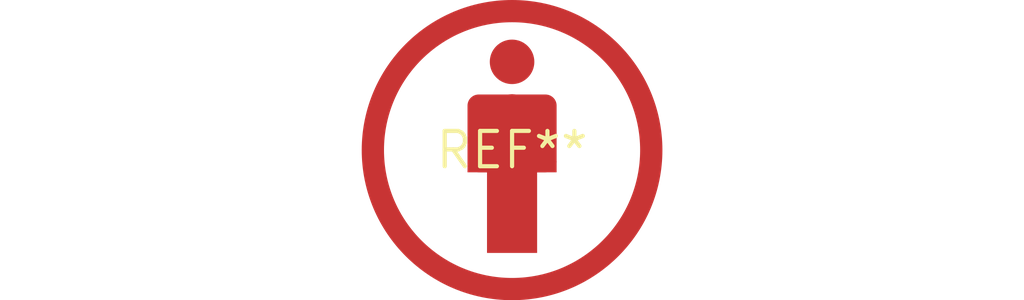
<source format=kicad_pcb>
(kicad_pcb (version 20240108) (generator pcbnew)
  (layers (0 "F.Cu" signal) (31 "B.Cu" signal) (34 "B.Paste" user) (35 "F.Paste" user) (36 "B.SilkS" user "B.Silkscreen") (37 "F.SilkS" user "F.Silkscreen") (38 "B.Mask" user) (39 "F.Mask" user) (44 "Edge.Cuts" user))
  (net 0 "")
  (footprint "Symbol_CC-Attribution_CopperTop_Big" (layer "F.Cu") (at 0 0)
    (property "Reference" "REF**")
    (property "Value" "Symbol_CC-Attribution_CopperTop_Big")
    (fp_rect (start -1.6 0.4) (end 1.6 0.8) (layer "F.Cu") (fill solid))
    (fp_rect (start -1.2 -1.6) (end 1.2 0.4) (layer "F.Cu") (stroke (width 0.8)) (fill solid))
    (fp_rect (start -0.9 0) (end 0.9 3.7) (layer "F.Cu") (fill solid))
    (fp_circle (center 0 -3.175) (end 0.7 -3.175) (layer "F.Cu") (stroke (width 0.2)) (fill solid))
    (fp_circle (center 0 -1.59) (end 0.322025 -1.59) (layer "F.Cu") (stroke (width 0.2)) (fill solid))
    (fp_circle (center 0 0) (end 5 0) (layer "F.Cu") (stroke (width 0.8)) (fill none))
  )
)
</source>
